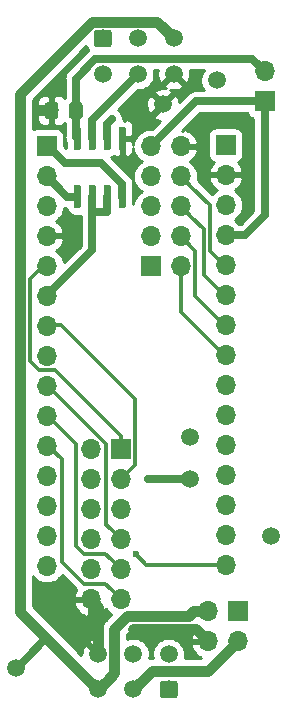
<source format=gbr>
G04 #@! TF.GenerationSoftware,KiCad,Pcbnew,(5.1.4)-1*
G04 #@! TF.CreationDate,2020-11-06T11:21:54-07:00*
G04 #@! TF.ProjectId,ABSIS_Nano,41425349-535f-44e6-916e-6f2e6b696361,1*
G04 #@! TF.SameCoordinates,Original*
G04 #@! TF.FileFunction,Copper,L1,Top*
G04 #@! TF.FilePolarity,Positive*
%FSLAX46Y46*%
G04 Gerber Fmt 4.6, Leading zero omitted, Abs format (unit mm)*
G04 Created by KiCad (PCBNEW (5.1.4)-1) date 2020-11-06 11:21:54*
%MOMM*%
%LPD*%
G04 APERTURE LIST*
%ADD10O,1.700000X1.700000*%
%ADD11R,1.700000X1.700000*%
%ADD12C,0.100000*%
%ADD13C,1.150000*%
%ADD14C,1.500000*%
%ADD15C,0.600000*%
%ADD16C,0.635000*%
%ADD17C,0.914400*%
%ADD18C,0.304800*%
%ADD19C,0.254000*%
G04 APERTURE END LIST*
D10*
X139547600Y-106883200D03*
X139547600Y-104343200D03*
X139547600Y-101803200D03*
X139547600Y-99263200D03*
X139547600Y-96723200D03*
X139547600Y-94183200D03*
X139547600Y-91643200D03*
X139547600Y-89103200D03*
X139547600Y-86563200D03*
X139547600Y-84023200D03*
X139547600Y-81483200D03*
X139547600Y-78943200D03*
X139547600Y-76403200D03*
X139547600Y-73863200D03*
D11*
X139547600Y-71323200D03*
D10*
X154686000Y-106807000D03*
X154686000Y-104267000D03*
X154686000Y-101727000D03*
X154686000Y-99187000D03*
X154686000Y-96647000D03*
X154686000Y-94107000D03*
X154686000Y-91567000D03*
X154686000Y-89027000D03*
X154686000Y-86487000D03*
X154686000Y-83947000D03*
X154686000Y-81407000D03*
X154686000Y-78867000D03*
X154686000Y-76327000D03*
X154686000Y-73787000D03*
D11*
X154686000Y-71247000D03*
D12*
G36*
X142344505Y-67627204D02*
G01*
X142368773Y-67630804D01*
X142392572Y-67636765D01*
X142415671Y-67645030D01*
X142437850Y-67655520D01*
X142458893Y-67668132D01*
X142478599Y-67682747D01*
X142496777Y-67699223D01*
X142513253Y-67717401D01*
X142527868Y-67737107D01*
X142540480Y-67758150D01*
X142550970Y-67780329D01*
X142559235Y-67803428D01*
X142565196Y-67827227D01*
X142568796Y-67851495D01*
X142570000Y-67875999D01*
X142570000Y-68776001D01*
X142568796Y-68800505D01*
X142565196Y-68824773D01*
X142559235Y-68848572D01*
X142550970Y-68871671D01*
X142540480Y-68893850D01*
X142527868Y-68914893D01*
X142513253Y-68934599D01*
X142496777Y-68952777D01*
X142478599Y-68969253D01*
X142458893Y-68983868D01*
X142437850Y-68996480D01*
X142415671Y-69006970D01*
X142392572Y-69015235D01*
X142368773Y-69021196D01*
X142344505Y-69024796D01*
X142320001Y-69026000D01*
X141669999Y-69026000D01*
X141645495Y-69024796D01*
X141621227Y-69021196D01*
X141597428Y-69015235D01*
X141574329Y-69006970D01*
X141552150Y-68996480D01*
X141531107Y-68983868D01*
X141511401Y-68969253D01*
X141493223Y-68952777D01*
X141476747Y-68934599D01*
X141462132Y-68914893D01*
X141449520Y-68893850D01*
X141439030Y-68871671D01*
X141430765Y-68848572D01*
X141424804Y-68824773D01*
X141421204Y-68800505D01*
X141420000Y-68776001D01*
X141420000Y-67875999D01*
X141421204Y-67851495D01*
X141424804Y-67827227D01*
X141430765Y-67803428D01*
X141439030Y-67780329D01*
X141449520Y-67758150D01*
X141462132Y-67737107D01*
X141476747Y-67717401D01*
X141493223Y-67699223D01*
X141511401Y-67682747D01*
X141531107Y-67668132D01*
X141552150Y-67655520D01*
X141574329Y-67645030D01*
X141597428Y-67636765D01*
X141621227Y-67630804D01*
X141645495Y-67627204D01*
X141669999Y-67626000D01*
X142320001Y-67626000D01*
X142344505Y-67627204D01*
X142344505Y-67627204D01*
G37*
D13*
X141995000Y-68326000D03*
D12*
G36*
X140294505Y-67627204D02*
G01*
X140318773Y-67630804D01*
X140342572Y-67636765D01*
X140365671Y-67645030D01*
X140387850Y-67655520D01*
X140408893Y-67668132D01*
X140428599Y-67682747D01*
X140446777Y-67699223D01*
X140463253Y-67717401D01*
X140477868Y-67737107D01*
X140490480Y-67758150D01*
X140500970Y-67780329D01*
X140509235Y-67803428D01*
X140515196Y-67827227D01*
X140518796Y-67851495D01*
X140520000Y-67875999D01*
X140520000Y-68776001D01*
X140518796Y-68800505D01*
X140515196Y-68824773D01*
X140509235Y-68848572D01*
X140500970Y-68871671D01*
X140490480Y-68893850D01*
X140477868Y-68914893D01*
X140463253Y-68934599D01*
X140446777Y-68952777D01*
X140428599Y-68969253D01*
X140408893Y-68983868D01*
X140387850Y-68996480D01*
X140365671Y-69006970D01*
X140342572Y-69015235D01*
X140318773Y-69021196D01*
X140294505Y-69024796D01*
X140270001Y-69026000D01*
X139619999Y-69026000D01*
X139595495Y-69024796D01*
X139571227Y-69021196D01*
X139547428Y-69015235D01*
X139524329Y-69006970D01*
X139502150Y-68996480D01*
X139481107Y-68983868D01*
X139461401Y-68969253D01*
X139443223Y-68952777D01*
X139426747Y-68934599D01*
X139412132Y-68914893D01*
X139399520Y-68893850D01*
X139389030Y-68871671D01*
X139380765Y-68848572D01*
X139374804Y-68824773D01*
X139371204Y-68800505D01*
X139370000Y-68776001D01*
X139370000Y-67875999D01*
X139371204Y-67851495D01*
X139374804Y-67827227D01*
X139380765Y-67803428D01*
X139389030Y-67780329D01*
X139399520Y-67758150D01*
X139412132Y-67737107D01*
X139426747Y-67717401D01*
X139443223Y-67699223D01*
X139461401Y-67682747D01*
X139481107Y-67668132D01*
X139502150Y-67655520D01*
X139524329Y-67645030D01*
X139547428Y-67636765D01*
X139571227Y-67630804D01*
X139595495Y-67627204D01*
X139619999Y-67626000D01*
X140270001Y-67626000D01*
X140294505Y-67627204D01*
X140294505Y-67627204D01*
G37*
D13*
X139945000Y-68326000D03*
D12*
G36*
X144796504Y-61481204D02*
G01*
X144820773Y-61484804D01*
X144844571Y-61490765D01*
X144867671Y-61499030D01*
X144889849Y-61509520D01*
X144910893Y-61522133D01*
X144930598Y-61536747D01*
X144948777Y-61553223D01*
X144965253Y-61571402D01*
X144979867Y-61591107D01*
X144992480Y-61612151D01*
X145002970Y-61634329D01*
X145011235Y-61657429D01*
X145017196Y-61681227D01*
X145020796Y-61705496D01*
X145022000Y-61730000D01*
X145022000Y-62730000D01*
X145020796Y-62754504D01*
X145017196Y-62778773D01*
X145011235Y-62802571D01*
X145002970Y-62825671D01*
X144992480Y-62847849D01*
X144979867Y-62868893D01*
X144965253Y-62888598D01*
X144948777Y-62906777D01*
X144930598Y-62923253D01*
X144910893Y-62937867D01*
X144889849Y-62950480D01*
X144867671Y-62960970D01*
X144844571Y-62969235D01*
X144820773Y-62975196D01*
X144796504Y-62978796D01*
X144772000Y-62980000D01*
X143772000Y-62980000D01*
X143747496Y-62978796D01*
X143723227Y-62975196D01*
X143699429Y-62969235D01*
X143676329Y-62960970D01*
X143654151Y-62950480D01*
X143633107Y-62937867D01*
X143613402Y-62923253D01*
X143595223Y-62906777D01*
X143578747Y-62888598D01*
X143564133Y-62868893D01*
X143551520Y-62847849D01*
X143541030Y-62825671D01*
X143532765Y-62802571D01*
X143526804Y-62778773D01*
X143523204Y-62754504D01*
X143522000Y-62730000D01*
X143522000Y-61730000D01*
X143523204Y-61705496D01*
X143526804Y-61681227D01*
X143532765Y-61657429D01*
X143541030Y-61634329D01*
X143551520Y-61612151D01*
X143564133Y-61591107D01*
X143578747Y-61571402D01*
X143595223Y-61553223D01*
X143613402Y-61536747D01*
X143633107Y-61522133D01*
X143654151Y-61509520D01*
X143676329Y-61499030D01*
X143699429Y-61490765D01*
X143723227Y-61484804D01*
X143747496Y-61481204D01*
X143772000Y-61480000D01*
X144772000Y-61480000D01*
X144796504Y-61481204D01*
X144796504Y-61481204D01*
G37*
D14*
X144272000Y-62230000D03*
X147272000Y-62230000D03*
X150272000Y-62230000D03*
X144272000Y-65230000D03*
X147272000Y-65230000D03*
X150272000Y-65230000D03*
X143860000Y-114348000D03*
X146860000Y-114348000D03*
X149860000Y-114348000D03*
X143860000Y-117348000D03*
X146860000Y-117348000D03*
D12*
G36*
X150384504Y-116599204D02*
G01*
X150408773Y-116602804D01*
X150432571Y-116608765D01*
X150455671Y-116617030D01*
X150477849Y-116627520D01*
X150498893Y-116640133D01*
X150518598Y-116654747D01*
X150536777Y-116671223D01*
X150553253Y-116689402D01*
X150567867Y-116709107D01*
X150580480Y-116730151D01*
X150590970Y-116752329D01*
X150599235Y-116775429D01*
X150605196Y-116799227D01*
X150608796Y-116823496D01*
X150610000Y-116848000D01*
X150610000Y-117848000D01*
X150608796Y-117872504D01*
X150605196Y-117896773D01*
X150599235Y-117920571D01*
X150590970Y-117943671D01*
X150580480Y-117965849D01*
X150567867Y-117986893D01*
X150553253Y-118006598D01*
X150536777Y-118024777D01*
X150518598Y-118041253D01*
X150498893Y-118055867D01*
X150477849Y-118068480D01*
X150455671Y-118078970D01*
X150432571Y-118087235D01*
X150408773Y-118093196D01*
X150384504Y-118096796D01*
X150360000Y-118098000D01*
X149360000Y-118098000D01*
X149335496Y-118096796D01*
X149311227Y-118093196D01*
X149287429Y-118087235D01*
X149264329Y-118078970D01*
X149242151Y-118068480D01*
X149221107Y-118055867D01*
X149201402Y-118041253D01*
X149183223Y-118024777D01*
X149166747Y-118006598D01*
X149152133Y-117986893D01*
X149139520Y-117965849D01*
X149129030Y-117943671D01*
X149120765Y-117920571D01*
X149114804Y-117896773D01*
X149111204Y-117872504D01*
X149110000Y-117848000D01*
X149110000Y-116848000D01*
X149111204Y-116823496D01*
X149114804Y-116799227D01*
X149120765Y-116775429D01*
X149129030Y-116752329D01*
X149139520Y-116730151D01*
X149152133Y-116709107D01*
X149166747Y-116689402D01*
X149183223Y-116671223D01*
X149201402Y-116654747D01*
X149221107Y-116640133D01*
X149242151Y-116627520D01*
X149264329Y-116617030D01*
X149287429Y-116608765D01*
X149311227Y-116602804D01*
X149335496Y-116599204D01*
X149360000Y-116598000D01*
X150360000Y-116598000D01*
X150384504Y-116599204D01*
X150384504Y-116599204D01*
G37*
D14*
X149860000Y-117348000D03*
D11*
X145796000Y-97028000D03*
D10*
X143256000Y-97028000D03*
X145796000Y-99568000D03*
X143256000Y-99568000D03*
X145796000Y-102108000D03*
X143256000Y-102108000D03*
X145796000Y-104648000D03*
X143256000Y-104648000D03*
X145796000Y-107188000D03*
X143256000Y-107188000D03*
X145796000Y-109728000D03*
X143256000Y-109728000D03*
D11*
X148336000Y-81534000D03*
D10*
X150876000Y-81534000D03*
X148336000Y-78994000D03*
X150876000Y-78994000D03*
X148336000Y-76454000D03*
X150876000Y-76454000D03*
X148336000Y-73914000D03*
X150876000Y-73914000D03*
X148336000Y-71374000D03*
X150876000Y-71374000D03*
D11*
X155702000Y-110744000D03*
D10*
X153162000Y-110744000D03*
X155702000Y-113284000D03*
X153162000Y-113284000D03*
D11*
X157988000Y-67564000D03*
D10*
X157988000Y-65024000D03*
D14*
X158496000Y-104394000D03*
X153924000Y-65786000D03*
X136906000Y-115570000D03*
X149352000Y-67818000D03*
X151638000Y-96012000D03*
X151638000Y-99568000D03*
D12*
G36*
X142277703Y-74652722D02*
G01*
X142292264Y-74654882D01*
X142306543Y-74658459D01*
X142320403Y-74663418D01*
X142333710Y-74669712D01*
X142346336Y-74677280D01*
X142358159Y-74686048D01*
X142369066Y-74695934D01*
X142378952Y-74706841D01*
X142387720Y-74718664D01*
X142395288Y-74731290D01*
X142401582Y-74744597D01*
X142406541Y-74758457D01*
X142410118Y-74772736D01*
X142412278Y-74787297D01*
X142413000Y-74802000D01*
X142413000Y-76452000D01*
X142412278Y-76466703D01*
X142410118Y-76481264D01*
X142406541Y-76495543D01*
X142401582Y-76509403D01*
X142395288Y-76522710D01*
X142387720Y-76535336D01*
X142378952Y-76547159D01*
X142369066Y-76558066D01*
X142358159Y-76567952D01*
X142346336Y-76576720D01*
X142333710Y-76584288D01*
X142320403Y-76590582D01*
X142306543Y-76595541D01*
X142292264Y-76599118D01*
X142277703Y-76601278D01*
X142263000Y-76602000D01*
X141963000Y-76602000D01*
X141948297Y-76601278D01*
X141933736Y-76599118D01*
X141919457Y-76595541D01*
X141905597Y-76590582D01*
X141892290Y-76584288D01*
X141879664Y-76576720D01*
X141867841Y-76567952D01*
X141856934Y-76558066D01*
X141847048Y-76547159D01*
X141838280Y-76535336D01*
X141830712Y-76522710D01*
X141824418Y-76509403D01*
X141819459Y-76495543D01*
X141815882Y-76481264D01*
X141813722Y-76466703D01*
X141813000Y-76452000D01*
X141813000Y-74802000D01*
X141813722Y-74787297D01*
X141815882Y-74772736D01*
X141819459Y-74758457D01*
X141824418Y-74744597D01*
X141830712Y-74731290D01*
X141838280Y-74718664D01*
X141847048Y-74706841D01*
X141856934Y-74695934D01*
X141867841Y-74686048D01*
X141879664Y-74677280D01*
X141892290Y-74669712D01*
X141905597Y-74663418D01*
X141919457Y-74658459D01*
X141933736Y-74654882D01*
X141948297Y-74652722D01*
X141963000Y-74652000D01*
X142263000Y-74652000D01*
X142277703Y-74652722D01*
X142277703Y-74652722D01*
G37*
D15*
X142113000Y-75627000D03*
D12*
G36*
X143547703Y-74652722D02*
G01*
X143562264Y-74654882D01*
X143576543Y-74658459D01*
X143590403Y-74663418D01*
X143603710Y-74669712D01*
X143616336Y-74677280D01*
X143628159Y-74686048D01*
X143639066Y-74695934D01*
X143648952Y-74706841D01*
X143657720Y-74718664D01*
X143665288Y-74731290D01*
X143671582Y-74744597D01*
X143676541Y-74758457D01*
X143680118Y-74772736D01*
X143682278Y-74787297D01*
X143683000Y-74802000D01*
X143683000Y-76452000D01*
X143682278Y-76466703D01*
X143680118Y-76481264D01*
X143676541Y-76495543D01*
X143671582Y-76509403D01*
X143665288Y-76522710D01*
X143657720Y-76535336D01*
X143648952Y-76547159D01*
X143639066Y-76558066D01*
X143628159Y-76567952D01*
X143616336Y-76576720D01*
X143603710Y-76584288D01*
X143590403Y-76590582D01*
X143576543Y-76595541D01*
X143562264Y-76599118D01*
X143547703Y-76601278D01*
X143533000Y-76602000D01*
X143233000Y-76602000D01*
X143218297Y-76601278D01*
X143203736Y-76599118D01*
X143189457Y-76595541D01*
X143175597Y-76590582D01*
X143162290Y-76584288D01*
X143149664Y-76576720D01*
X143137841Y-76567952D01*
X143126934Y-76558066D01*
X143117048Y-76547159D01*
X143108280Y-76535336D01*
X143100712Y-76522710D01*
X143094418Y-76509403D01*
X143089459Y-76495543D01*
X143085882Y-76481264D01*
X143083722Y-76466703D01*
X143083000Y-76452000D01*
X143083000Y-74802000D01*
X143083722Y-74787297D01*
X143085882Y-74772736D01*
X143089459Y-74758457D01*
X143094418Y-74744597D01*
X143100712Y-74731290D01*
X143108280Y-74718664D01*
X143117048Y-74706841D01*
X143126934Y-74695934D01*
X143137841Y-74686048D01*
X143149664Y-74677280D01*
X143162290Y-74669712D01*
X143175597Y-74663418D01*
X143189457Y-74658459D01*
X143203736Y-74654882D01*
X143218297Y-74652722D01*
X143233000Y-74652000D01*
X143533000Y-74652000D01*
X143547703Y-74652722D01*
X143547703Y-74652722D01*
G37*
D15*
X143383000Y-75627000D03*
D12*
G36*
X144817703Y-74652722D02*
G01*
X144832264Y-74654882D01*
X144846543Y-74658459D01*
X144860403Y-74663418D01*
X144873710Y-74669712D01*
X144886336Y-74677280D01*
X144898159Y-74686048D01*
X144909066Y-74695934D01*
X144918952Y-74706841D01*
X144927720Y-74718664D01*
X144935288Y-74731290D01*
X144941582Y-74744597D01*
X144946541Y-74758457D01*
X144950118Y-74772736D01*
X144952278Y-74787297D01*
X144953000Y-74802000D01*
X144953000Y-76452000D01*
X144952278Y-76466703D01*
X144950118Y-76481264D01*
X144946541Y-76495543D01*
X144941582Y-76509403D01*
X144935288Y-76522710D01*
X144927720Y-76535336D01*
X144918952Y-76547159D01*
X144909066Y-76558066D01*
X144898159Y-76567952D01*
X144886336Y-76576720D01*
X144873710Y-76584288D01*
X144860403Y-76590582D01*
X144846543Y-76595541D01*
X144832264Y-76599118D01*
X144817703Y-76601278D01*
X144803000Y-76602000D01*
X144503000Y-76602000D01*
X144488297Y-76601278D01*
X144473736Y-76599118D01*
X144459457Y-76595541D01*
X144445597Y-76590582D01*
X144432290Y-76584288D01*
X144419664Y-76576720D01*
X144407841Y-76567952D01*
X144396934Y-76558066D01*
X144387048Y-76547159D01*
X144378280Y-76535336D01*
X144370712Y-76522710D01*
X144364418Y-76509403D01*
X144359459Y-76495543D01*
X144355882Y-76481264D01*
X144353722Y-76466703D01*
X144353000Y-76452000D01*
X144353000Y-74802000D01*
X144353722Y-74787297D01*
X144355882Y-74772736D01*
X144359459Y-74758457D01*
X144364418Y-74744597D01*
X144370712Y-74731290D01*
X144378280Y-74718664D01*
X144387048Y-74706841D01*
X144396934Y-74695934D01*
X144407841Y-74686048D01*
X144419664Y-74677280D01*
X144432290Y-74669712D01*
X144445597Y-74663418D01*
X144459457Y-74658459D01*
X144473736Y-74654882D01*
X144488297Y-74652722D01*
X144503000Y-74652000D01*
X144803000Y-74652000D01*
X144817703Y-74652722D01*
X144817703Y-74652722D01*
G37*
D15*
X144653000Y-75627000D03*
D12*
G36*
X146087703Y-74652722D02*
G01*
X146102264Y-74654882D01*
X146116543Y-74658459D01*
X146130403Y-74663418D01*
X146143710Y-74669712D01*
X146156336Y-74677280D01*
X146168159Y-74686048D01*
X146179066Y-74695934D01*
X146188952Y-74706841D01*
X146197720Y-74718664D01*
X146205288Y-74731290D01*
X146211582Y-74744597D01*
X146216541Y-74758457D01*
X146220118Y-74772736D01*
X146222278Y-74787297D01*
X146223000Y-74802000D01*
X146223000Y-76452000D01*
X146222278Y-76466703D01*
X146220118Y-76481264D01*
X146216541Y-76495543D01*
X146211582Y-76509403D01*
X146205288Y-76522710D01*
X146197720Y-76535336D01*
X146188952Y-76547159D01*
X146179066Y-76558066D01*
X146168159Y-76567952D01*
X146156336Y-76576720D01*
X146143710Y-76584288D01*
X146130403Y-76590582D01*
X146116543Y-76595541D01*
X146102264Y-76599118D01*
X146087703Y-76601278D01*
X146073000Y-76602000D01*
X145773000Y-76602000D01*
X145758297Y-76601278D01*
X145743736Y-76599118D01*
X145729457Y-76595541D01*
X145715597Y-76590582D01*
X145702290Y-76584288D01*
X145689664Y-76576720D01*
X145677841Y-76567952D01*
X145666934Y-76558066D01*
X145657048Y-76547159D01*
X145648280Y-76535336D01*
X145640712Y-76522710D01*
X145634418Y-76509403D01*
X145629459Y-76495543D01*
X145625882Y-76481264D01*
X145623722Y-76466703D01*
X145623000Y-76452000D01*
X145623000Y-74802000D01*
X145623722Y-74787297D01*
X145625882Y-74772736D01*
X145629459Y-74758457D01*
X145634418Y-74744597D01*
X145640712Y-74731290D01*
X145648280Y-74718664D01*
X145657048Y-74706841D01*
X145666934Y-74695934D01*
X145677841Y-74686048D01*
X145689664Y-74677280D01*
X145702290Y-74669712D01*
X145715597Y-74663418D01*
X145729457Y-74658459D01*
X145743736Y-74654882D01*
X145758297Y-74652722D01*
X145773000Y-74652000D01*
X146073000Y-74652000D01*
X146087703Y-74652722D01*
X146087703Y-74652722D01*
G37*
D15*
X145923000Y-75627000D03*
D12*
G36*
X146087703Y-69702722D02*
G01*
X146102264Y-69704882D01*
X146116543Y-69708459D01*
X146130403Y-69713418D01*
X146143710Y-69719712D01*
X146156336Y-69727280D01*
X146168159Y-69736048D01*
X146179066Y-69745934D01*
X146188952Y-69756841D01*
X146197720Y-69768664D01*
X146205288Y-69781290D01*
X146211582Y-69794597D01*
X146216541Y-69808457D01*
X146220118Y-69822736D01*
X146222278Y-69837297D01*
X146223000Y-69852000D01*
X146223000Y-71502000D01*
X146222278Y-71516703D01*
X146220118Y-71531264D01*
X146216541Y-71545543D01*
X146211582Y-71559403D01*
X146205288Y-71572710D01*
X146197720Y-71585336D01*
X146188952Y-71597159D01*
X146179066Y-71608066D01*
X146168159Y-71617952D01*
X146156336Y-71626720D01*
X146143710Y-71634288D01*
X146130403Y-71640582D01*
X146116543Y-71645541D01*
X146102264Y-71649118D01*
X146087703Y-71651278D01*
X146073000Y-71652000D01*
X145773000Y-71652000D01*
X145758297Y-71651278D01*
X145743736Y-71649118D01*
X145729457Y-71645541D01*
X145715597Y-71640582D01*
X145702290Y-71634288D01*
X145689664Y-71626720D01*
X145677841Y-71617952D01*
X145666934Y-71608066D01*
X145657048Y-71597159D01*
X145648280Y-71585336D01*
X145640712Y-71572710D01*
X145634418Y-71559403D01*
X145629459Y-71545543D01*
X145625882Y-71531264D01*
X145623722Y-71516703D01*
X145623000Y-71502000D01*
X145623000Y-69852000D01*
X145623722Y-69837297D01*
X145625882Y-69822736D01*
X145629459Y-69808457D01*
X145634418Y-69794597D01*
X145640712Y-69781290D01*
X145648280Y-69768664D01*
X145657048Y-69756841D01*
X145666934Y-69745934D01*
X145677841Y-69736048D01*
X145689664Y-69727280D01*
X145702290Y-69719712D01*
X145715597Y-69713418D01*
X145729457Y-69708459D01*
X145743736Y-69704882D01*
X145758297Y-69702722D01*
X145773000Y-69702000D01*
X146073000Y-69702000D01*
X146087703Y-69702722D01*
X146087703Y-69702722D01*
G37*
D15*
X145923000Y-70677000D03*
D12*
G36*
X144817703Y-69702722D02*
G01*
X144832264Y-69704882D01*
X144846543Y-69708459D01*
X144860403Y-69713418D01*
X144873710Y-69719712D01*
X144886336Y-69727280D01*
X144898159Y-69736048D01*
X144909066Y-69745934D01*
X144918952Y-69756841D01*
X144927720Y-69768664D01*
X144935288Y-69781290D01*
X144941582Y-69794597D01*
X144946541Y-69808457D01*
X144950118Y-69822736D01*
X144952278Y-69837297D01*
X144953000Y-69852000D01*
X144953000Y-71502000D01*
X144952278Y-71516703D01*
X144950118Y-71531264D01*
X144946541Y-71545543D01*
X144941582Y-71559403D01*
X144935288Y-71572710D01*
X144927720Y-71585336D01*
X144918952Y-71597159D01*
X144909066Y-71608066D01*
X144898159Y-71617952D01*
X144886336Y-71626720D01*
X144873710Y-71634288D01*
X144860403Y-71640582D01*
X144846543Y-71645541D01*
X144832264Y-71649118D01*
X144817703Y-71651278D01*
X144803000Y-71652000D01*
X144503000Y-71652000D01*
X144488297Y-71651278D01*
X144473736Y-71649118D01*
X144459457Y-71645541D01*
X144445597Y-71640582D01*
X144432290Y-71634288D01*
X144419664Y-71626720D01*
X144407841Y-71617952D01*
X144396934Y-71608066D01*
X144387048Y-71597159D01*
X144378280Y-71585336D01*
X144370712Y-71572710D01*
X144364418Y-71559403D01*
X144359459Y-71545543D01*
X144355882Y-71531264D01*
X144353722Y-71516703D01*
X144353000Y-71502000D01*
X144353000Y-69852000D01*
X144353722Y-69837297D01*
X144355882Y-69822736D01*
X144359459Y-69808457D01*
X144364418Y-69794597D01*
X144370712Y-69781290D01*
X144378280Y-69768664D01*
X144387048Y-69756841D01*
X144396934Y-69745934D01*
X144407841Y-69736048D01*
X144419664Y-69727280D01*
X144432290Y-69719712D01*
X144445597Y-69713418D01*
X144459457Y-69708459D01*
X144473736Y-69704882D01*
X144488297Y-69702722D01*
X144503000Y-69702000D01*
X144803000Y-69702000D01*
X144817703Y-69702722D01*
X144817703Y-69702722D01*
G37*
D15*
X144653000Y-70677000D03*
D12*
G36*
X143547703Y-69702722D02*
G01*
X143562264Y-69704882D01*
X143576543Y-69708459D01*
X143590403Y-69713418D01*
X143603710Y-69719712D01*
X143616336Y-69727280D01*
X143628159Y-69736048D01*
X143639066Y-69745934D01*
X143648952Y-69756841D01*
X143657720Y-69768664D01*
X143665288Y-69781290D01*
X143671582Y-69794597D01*
X143676541Y-69808457D01*
X143680118Y-69822736D01*
X143682278Y-69837297D01*
X143683000Y-69852000D01*
X143683000Y-71502000D01*
X143682278Y-71516703D01*
X143680118Y-71531264D01*
X143676541Y-71545543D01*
X143671582Y-71559403D01*
X143665288Y-71572710D01*
X143657720Y-71585336D01*
X143648952Y-71597159D01*
X143639066Y-71608066D01*
X143628159Y-71617952D01*
X143616336Y-71626720D01*
X143603710Y-71634288D01*
X143590403Y-71640582D01*
X143576543Y-71645541D01*
X143562264Y-71649118D01*
X143547703Y-71651278D01*
X143533000Y-71652000D01*
X143233000Y-71652000D01*
X143218297Y-71651278D01*
X143203736Y-71649118D01*
X143189457Y-71645541D01*
X143175597Y-71640582D01*
X143162290Y-71634288D01*
X143149664Y-71626720D01*
X143137841Y-71617952D01*
X143126934Y-71608066D01*
X143117048Y-71597159D01*
X143108280Y-71585336D01*
X143100712Y-71572710D01*
X143094418Y-71559403D01*
X143089459Y-71545543D01*
X143085882Y-71531264D01*
X143083722Y-71516703D01*
X143083000Y-71502000D01*
X143083000Y-69852000D01*
X143083722Y-69837297D01*
X143085882Y-69822736D01*
X143089459Y-69808457D01*
X143094418Y-69794597D01*
X143100712Y-69781290D01*
X143108280Y-69768664D01*
X143117048Y-69756841D01*
X143126934Y-69745934D01*
X143137841Y-69736048D01*
X143149664Y-69727280D01*
X143162290Y-69719712D01*
X143175597Y-69713418D01*
X143189457Y-69708459D01*
X143203736Y-69704882D01*
X143218297Y-69702722D01*
X143233000Y-69702000D01*
X143533000Y-69702000D01*
X143547703Y-69702722D01*
X143547703Y-69702722D01*
G37*
D15*
X143383000Y-70677000D03*
D12*
G36*
X142277703Y-69702722D02*
G01*
X142292264Y-69704882D01*
X142306543Y-69708459D01*
X142320403Y-69713418D01*
X142333710Y-69719712D01*
X142346336Y-69727280D01*
X142358159Y-69736048D01*
X142369066Y-69745934D01*
X142378952Y-69756841D01*
X142387720Y-69768664D01*
X142395288Y-69781290D01*
X142401582Y-69794597D01*
X142406541Y-69808457D01*
X142410118Y-69822736D01*
X142412278Y-69837297D01*
X142413000Y-69852000D01*
X142413000Y-71502000D01*
X142412278Y-71516703D01*
X142410118Y-71531264D01*
X142406541Y-71545543D01*
X142401582Y-71559403D01*
X142395288Y-71572710D01*
X142387720Y-71585336D01*
X142378952Y-71597159D01*
X142369066Y-71608066D01*
X142358159Y-71617952D01*
X142346336Y-71626720D01*
X142333710Y-71634288D01*
X142320403Y-71640582D01*
X142306543Y-71645541D01*
X142292264Y-71649118D01*
X142277703Y-71651278D01*
X142263000Y-71652000D01*
X141963000Y-71652000D01*
X141948297Y-71651278D01*
X141933736Y-71649118D01*
X141919457Y-71645541D01*
X141905597Y-71640582D01*
X141892290Y-71634288D01*
X141879664Y-71626720D01*
X141867841Y-71617952D01*
X141856934Y-71608066D01*
X141847048Y-71597159D01*
X141838280Y-71585336D01*
X141830712Y-71572710D01*
X141824418Y-71559403D01*
X141819459Y-71545543D01*
X141815882Y-71531264D01*
X141813722Y-71516703D01*
X141813000Y-71502000D01*
X141813000Y-69852000D01*
X141813722Y-69837297D01*
X141815882Y-69822736D01*
X141819459Y-69808457D01*
X141824418Y-69794597D01*
X141830712Y-69781290D01*
X141838280Y-69768664D01*
X141847048Y-69756841D01*
X141856934Y-69745934D01*
X141867841Y-69736048D01*
X141879664Y-69727280D01*
X141892290Y-69719712D01*
X141905597Y-69713418D01*
X141919457Y-69708459D01*
X141933736Y-69704882D01*
X141948297Y-69702722D01*
X141963000Y-69702000D01*
X142263000Y-69702000D01*
X142277703Y-69702722D01*
X142277703Y-69702722D01*
G37*
D15*
X142113000Y-70677000D03*
X146812000Y-112268000D03*
X138684000Y-68326000D03*
X147066000Y-105918000D03*
X145034000Y-69088000D03*
X143843000Y-68659000D03*
X148127501Y-99522499D03*
D16*
X145923000Y-75627000D02*
X145923000Y-74552000D01*
X145923000Y-74552000D02*
X144116600Y-72745600D01*
X144116600Y-72745600D02*
X141097000Y-72745600D01*
X139598400Y-71247000D02*
X139446000Y-71247000D01*
X141097000Y-72745600D02*
X139598400Y-71247000D01*
X141286000Y-75627000D02*
X139446000Y-73787000D01*
X142113000Y-75627000D02*
X141286000Y-75627000D01*
D17*
X143860000Y-110332000D02*
X143256000Y-109728000D01*
X143860000Y-114348000D02*
X143860000Y-110332000D01*
X152146000Y-112268000D02*
X146812000Y-112268000D01*
X153162000Y-113284000D02*
X152146000Y-112268000D01*
X139945000Y-68326000D02*
X138684000Y-68326000D01*
D18*
X145796000Y-95873200D02*
X145796000Y-97028000D01*
X139446000Y-81407000D02*
X139293600Y-81407000D01*
X139293600Y-81407000D02*
X138077590Y-82623010D01*
X138077590Y-82623010D02*
X138077590Y-89530687D01*
X138077590Y-89530687D02*
X138852504Y-90305601D01*
X138852504Y-90305601D02*
X140228401Y-90305601D01*
X140228401Y-90305601D02*
X145796000Y-95873200D01*
D16*
X139598400Y-83947000D02*
X139446000Y-83947000D01*
X143383000Y-80162400D02*
X139598400Y-83947000D01*
X143383000Y-76936600D02*
X144653000Y-76936600D01*
X143383000Y-75627000D02*
X143383000Y-76936600D01*
X143383000Y-76936600D02*
X143383000Y-80162400D01*
X144653000Y-76936600D02*
X144653000Y-75627000D01*
D18*
X146645999Y-98718001D02*
X145796000Y-99568000D01*
X146998401Y-98365599D02*
X146645999Y-98718001D01*
X146998401Y-92718601D02*
X146998401Y-98365599D01*
X140766800Y-86487000D02*
X146998401Y-92718601D01*
X139446000Y-86487000D02*
X140766800Y-86487000D01*
X144946001Y-103798001D02*
X145796000Y-104648000D01*
X144593599Y-103445599D02*
X144946001Y-103798001D01*
X144593599Y-96562199D02*
X144593599Y-103445599D01*
X139598400Y-91567000D02*
X144593599Y-96562199D01*
X139446000Y-91567000D02*
X139598400Y-91567000D01*
X144946001Y-106338001D02*
X145796000Y-107188000D01*
X142678847Y-105850401D02*
X144458401Y-105850401D01*
X142053599Y-105225153D02*
X142678847Y-105850401D01*
X142053599Y-96562199D02*
X142053599Y-105225153D01*
X139598400Y-94107000D02*
X142053599Y-96562199D01*
X144458401Y-105850401D02*
X144946001Y-106338001D01*
X139446000Y-94107000D02*
X139598400Y-94107000D01*
X144946001Y-108878001D02*
X145796000Y-109728000D01*
X144458401Y-108390401D02*
X144946001Y-108878001D01*
X142678847Y-108390401D02*
X144458401Y-108390401D01*
X140814410Y-106525964D02*
X142678847Y-108390401D01*
X140814410Y-97863010D02*
X140814410Y-106525964D01*
X139598400Y-96647000D02*
X140814410Y-97863010D01*
X139446000Y-96647000D02*
X139598400Y-96647000D01*
D16*
X157988000Y-69049000D02*
X157988000Y-67564000D01*
X157988000Y-77216000D02*
X157988000Y-69049000D01*
X156337000Y-78867000D02*
X157988000Y-77216000D01*
X154686000Y-78867000D02*
X156337000Y-78867000D01*
X152146000Y-67564000D02*
X148336000Y-71374000D01*
X157988000Y-67564000D02*
X152146000Y-67564000D01*
D18*
X151725999Y-74763999D02*
X150876000Y-73914000D01*
X153317590Y-76355590D02*
X151725999Y-74763999D01*
X153317590Y-80190990D02*
X153317590Y-76355590D01*
X154533600Y-81407000D02*
X153317590Y-80190990D01*
X154686000Y-81407000D02*
X154533600Y-81407000D01*
X151725999Y-77303999D02*
X150876000Y-76454000D01*
X152812779Y-78390779D02*
X151725999Y-77303999D01*
X152812779Y-82226179D02*
X152812779Y-78390779D01*
X154533600Y-83947000D02*
X152812779Y-82226179D01*
X154686000Y-83947000D02*
X154533600Y-83947000D01*
X154686000Y-86487000D02*
X154533600Y-86487000D01*
X154533600Y-86487000D02*
X152078401Y-84031801D01*
X152078401Y-84031801D02*
X152078401Y-80196401D01*
X152078401Y-80196401D02*
X151725999Y-79843999D01*
X151725999Y-79843999D02*
X150876000Y-78994000D01*
X150876000Y-82736081D02*
X150876000Y-81534000D01*
X150876000Y-85369400D02*
X150876000Y-82736081D01*
X154533600Y-89027000D02*
X150876000Y-85369400D01*
X154686000Y-89027000D02*
X154533600Y-89027000D01*
X154686000Y-106807000D02*
X147955000Y-106807000D01*
X147955000Y-106807000D02*
X147066000Y-105918000D01*
D16*
X141995000Y-70559000D02*
X142113000Y-70677000D01*
X141995000Y-68326000D02*
X141995000Y-70559000D01*
X141995000Y-67526000D02*
X141995000Y-68326000D01*
X141995000Y-65631098D02*
X141995000Y-67526000D01*
X143663599Y-63962499D02*
X141995000Y-65631098D01*
X156926499Y-63962499D02*
X143663599Y-63962499D01*
X157988000Y-65024000D02*
X156926499Y-63962499D01*
D17*
X147609999Y-116598001D02*
X146860000Y-117348000D01*
X148452799Y-115755201D02*
X147609999Y-116598001D01*
X153230799Y-115755201D02*
X148452799Y-115755201D01*
X155702000Y-113284000D02*
X153230799Y-115755201D01*
X144609999Y-116598001D02*
X143860000Y-117348000D01*
X145267201Y-112236785D02*
X145267201Y-115940799D01*
X145267201Y-115940799D02*
X144609999Y-116598001D01*
X146350396Y-111153590D02*
X145267201Y-112236785D01*
X151550329Y-111153590D02*
X146350396Y-111153590D01*
X151959919Y-110744000D02*
X151550329Y-111153590D01*
X153162000Y-110744000D02*
X151959919Y-110744000D01*
X148864799Y-60822799D02*
X143396211Y-60822799D01*
X150272000Y-62230000D02*
X148864799Y-60822799D01*
X143110001Y-116598001D02*
X143860000Y-117348000D01*
X143396211Y-60822799D02*
X137267979Y-66951031D01*
X137267979Y-66951031D02*
X137267979Y-110755979D01*
D16*
X137655999Y-114820001D02*
X139494000Y-112982000D01*
X136906000Y-115570000D02*
X137655999Y-114820001D01*
D17*
X137267979Y-110755979D02*
X139494000Y-112982000D01*
X139494000Y-112982000D02*
X143110001Y-116598001D01*
D16*
X144653000Y-70677000D02*
X144653000Y-69469000D01*
X144653000Y-69469000D02*
X145034000Y-69088000D01*
X143383000Y-70677000D02*
X143383000Y-69119000D01*
X143383000Y-69119000D02*
X143843000Y-68659000D01*
X143843000Y-68659000D02*
X147272000Y-65230000D01*
X151638000Y-99568000D02*
X148173002Y-99568000D01*
X148173002Y-99568000D02*
X148127501Y-99522499D01*
D19*
G36*
X152332986Y-111984706D02*
G01*
X152397523Y-112019201D01*
X152280645Y-112088822D01*
X152064412Y-112283731D01*
X151890359Y-112517080D01*
X151765175Y-112779901D01*
X151720524Y-112927110D01*
X151841845Y-113157000D01*
X153035000Y-113157000D01*
X153035000Y-113137000D01*
X153289000Y-113137000D01*
X153289000Y-113157000D01*
X153309000Y-113157000D01*
X153309000Y-113411000D01*
X153289000Y-113411000D01*
X153289000Y-113431000D01*
X153035000Y-113431000D01*
X153035000Y-113411000D01*
X151841845Y-113411000D01*
X151720524Y-113640890D01*
X151765175Y-113788099D01*
X151890359Y-114050920D01*
X152064412Y-114284269D01*
X152280645Y-114479178D01*
X152530748Y-114628157D01*
X152628975Y-114663001D01*
X151209476Y-114663001D01*
X151245000Y-114484411D01*
X151245000Y-114211589D01*
X151191775Y-113944011D01*
X151087371Y-113691957D01*
X150935799Y-113465114D01*
X150742886Y-113272201D01*
X150516043Y-113120629D01*
X150263989Y-113016225D01*
X149996411Y-112963000D01*
X149723589Y-112963000D01*
X149456011Y-113016225D01*
X149203957Y-113120629D01*
X148977114Y-113272201D01*
X148784201Y-113465114D01*
X148632629Y-113691957D01*
X148528225Y-113944011D01*
X148475000Y-114211589D01*
X148475000Y-114484411D01*
X148510524Y-114663001D01*
X148506437Y-114663001D01*
X148452798Y-114657718D01*
X148399159Y-114663001D01*
X148399150Y-114663001D01*
X148238690Y-114678805D01*
X148204254Y-114689251D01*
X148245000Y-114484411D01*
X148245000Y-114211589D01*
X148191775Y-113944011D01*
X148087371Y-113691957D01*
X147935799Y-113465114D01*
X147742886Y-113272201D01*
X147516043Y-113120629D01*
X147263989Y-113016225D01*
X146996411Y-112963000D01*
X146723589Y-112963000D01*
X146456011Y-113016225D01*
X146359401Y-113056242D01*
X146359401Y-112689188D01*
X146802800Y-112245790D01*
X151496688Y-112245790D01*
X151550329Y-112251073D01*
X151603970Y-112245790D01*
X151603978Y-112245790D01*
X151764438Y-112229986D01*
X151970318Y-112167533D01*
X152160058Y-112066115D01*
X152296120Y-111954451D01*
X152332986Y-111984706D01*
X152332986Y-111984706D01*
G37*
X152332986Y-111984706D02*
X152397523Y-112019201D01*
X152280645Y-112088822D01*
X152064412Y-112283731D01*
X151890359Y-112517080D01*
X151765175Y-112779901D01*
X151720524Y-112927110D01*
X151841845Y-113157000D01*
X153035000Y-113157000D01*
X153035000Y-113137000D01*
X153289000Y-113137000D01*
X153289000Y-113157000D01*
X153309000Y-113157000D01*
X153309000Y-113411000D01*
X153289000Y-113411000D01*
X153289000Y-113431000D01*
X153035000Y-113431000D01*
X153035000Y-113411000D01*
X151841845Y-113411000D01*
X151720524Y-113640890D01*
X151765175Y-113788099D01*
X151890359Y-114050920D01*
X152064412Y-114284269D01*
X152280645Y-114479178D01*
X152530748Y-114628157D01*
X152628975Y-114663001D01*
X151209476Y-114663001D01*
X151245000Y-114484411D01*
X151245000Y-114211589D01*
X151191775Y-113944011D01*
X151087371Y-113691957D01*
X150935799Y-113465114D01*
X150742886Y-113272201D01*
X150516043Y-113120629D01*
X150263989Y-113016225D01*
X149996411Y-112963000D01*
X149723589Y-112963000D01*
X149456011Y-113016225D01*
X149203957Y-113120629D01*
X148977114Y-113272201D01*
X148784201Y-113465114D01*
X148632629Y-113691957D01*
X148528225Y-113944011D01*
X148475000Y-114211589D01*
X148475000Y-114484411D01*
X148510524Y-114663001D01*
X148506437Y-114663001D01*
X148452798Y-114657718D01*
X148399159Y-114663001D01*
X148399150Y-114663001D01*
X148238690Y-114678805D01*
X148204254Y-114689251D01*
X148245000Y-114484411D01*
X148245000Y-114211589D01*
X148191775Y-113944011D01*
X148087371Y-113691957D01*
X147935799Y-113465114D01*
X147742886Y-113272201D01*
X147516043Y-113120629D01*
X147263989Y-113016225D01*
X146996411Y-112963000D01*
X146723589Y-112963000D01*
X146456011Y-113016225D01*
X146359401Y-113056242D01*
X146359401Y-112689188D01*
X146802800Y-112245790D01*
X151496688Y-112245790D01*
X151550329Y-112251073D01*
X151603970Y-112245790D01*
X151603978Y-112245790D01*
X151764438Y-112229986D01*
X151970318Y-112167533D01*
X152160058Y-112066115D01*
X152296120Y-111954451D01*
X152332986Y-111984706D01*
G36*
X142049133Y-108874239D02*
G01*
X141984359Y-108961080D01*
X141859175Y-109223901D01*
X141814524Y-109371110D01*
X141935845Y-109601000D01*
X143129000Y-109601000D01*
X143129000Y-109581000D01*
X143383000Y-109581000D01*
X143383000Y-109601000D01*
X143403000Y-109601000D01*
X143403000Y-109855000D01*
X143383000Y-109855000D01*
X143383000Y-111048814D01*
X143612891Y-111169481D01*
X143887252Y-111072157D01*
X144137355Y-110923178D01*
X144353588Y-110728269D01*
X144524416Y-110499244D01*
X144555294Y-110557014D01*
X144740866Y-110783134D01*
X144966986Y-110968706D01*
X144982425Y-110976958D01*
X144532837Y-111426545D01*
X144491163Y-111460747D01*
X144354676Y-111627056D01*
X144253258Y-111816797D01*
X144190805Y-112022677D01*
X144175001Y-112183137D01*
X144175001Y-112183144D01*
X144169718Y-112236785D01*
X144175001Y-112290427D01*
X144175001Y-112999177D01*
X144060040Y-112970750D01*
X143787508Y-112958188D01*
X143517762Y-112999035D01*
X143261168Y-113091723D01*
X143148137Y-113152140D01*
X143082612Y-113391007D01*
X143860000Y-114168395D01*
X143874143Y-114154253D01*
X144053748Y-114333858D01*
X144039605Y-114348000D01*
X144053748Y-114362143D01*
X143874143Y-114541748D01*
X143860000Y-114527605D01*
X143845858Y-114541748D01*
X143666253Y-114362143D01*
X143680395Y-114348000D01*
X142903007Y-113570612D01*
X142664140Y-113636137D01*
X142548240Y-113883116D01*
X142482750Y-114147960D01*
X142470492Y-114413889D01*
X140304241Y-112247638D01*
X140304237Y-112247633D01*
X138360179Y-110303576D01*
X138360179Y-110084890D01*
X141814524Y-110084890D01*
X141859175Y-110232099D01*
X141984359Y-110494920D01*
X142158412Y-110728269D01*
X142374645Y-110923178D01*
X142624748Y-111072157D01*
X142899109Y-111169481D01*
X143129000Y-111048814D01*
X143129000Y-109855000D01*
X141935845Y-109855000D01*
X141814524Y-110084890D01*
X138360179Y-110084890D01*
X138360179Y-107777142D01*
X138492466Y-107938334D01*
X138718586Y-108123906D01*
X138976566Y-108261799D01*
X139256489Y-108346713D01*
X139474650Y-108368200D01*
X139620550Y-108368200D01*
X139838711Y-108346713D01*
X140118634Y-108261799D01*
X140376614Y-108123906D01*
X140602734Y-107938334D01*
X140788306Y-107712214D01*
X140822722Y-107647826D01*
X142049133Y-108874239D01*
X142049133Y-108874239D01*
G37*
X142049133Y-108874239D02*
X141984359Y-108961080D01*
X141859175Y-109223901D01*
X141814524Y-109371110D01*
X141935845Y-109601000D01*
X143129000Y-109601000D01*
X143129000Y-109581000D01*
X143383000Y-109581000D01*
X143383000Y-109601000D01*
X143403000Y-109601000D01*
X143403000Y-109855000D01*
X143383000Y-109855000D01*
X143383000Y-111048814D01*
X143612891Y-111169481D01*
X143887252Y-111072157D01*
X144137355Y-110923178D01*
X144353588Y-110728269D01*
X144524416Y-110499244D01*
X144555294Y-110557014D01*
X144740866Y-110783134D01*
X144966986Y-110968706D01*
X144982425Y-110976958D01*
X144532837Y-111426545D01*
X144491163Y-111460747D01*
X144354676Y-111627056D01*
X144253258Y-111816797D01*
X144190805Y-112022677D01*
X144175001Y-112183137D01*
X144175001Y-112183144D01*
X144169718Y-112236785D01*
X144175001Y-112290427D01*
X144175001Y-112999177D01*
X144060040Y-112970750D01*
X143787508Y-112958188D01*
X143517762Y-112999035D01*
X143261168Y-113091723D01*
X143148137Y-113152140D01*
X143082612Y-113391007D01*
X143860000Y-114168395D01*
X143874143Y-114154253D01*
X144053748Y-114333858D01*
X144039605Y-114348000D01*
X144053748Y-114362143D01*
X143874143Y-114541748D01*
X143860000Y-114527605D01*
X143845858Y-114541748D01*
X143666253Y-114362143D01*
X143680395Y-114348000D01*
X142903007Y-113570612D01*
X142664140Y-113636137D01*
X142548240Y-113883116D01*
X142482750Y-114147960D01*
X142470492Y-114413889D01*
X140304241Y-112247638D01*
X140304237Y-112247633D01*
X138360179Y-110303576D01*
X138360179Y-110084890D01*
X141814524Y-110084890D01*
X141859175Y-110232099D01*
X141984359Y-110494920D01*
X142158412Y-110728269D01*
X142374645Y-110923178D01*
X142624748Y-111072157D01*
X142899109Y-111169481D01*
X143129000Y-111048814D01*
X143129000Y-109855000D01*
X141935845Y-109855000D01*
X141814524Y-110084890D01*
X138360179Y-110084890D01*
X138360179Y-107777142D01*
X138492466Y-107938334D01*
X138718586Y-108123906D01*
X138976566Y-108261799D01*
X139256489Y-108346713D01*
X139474650Y-108368200D01*
X139620550Y-108368200D01*
X139838711Y-108346713D01*
X140118634Y-108261799D01*
X140376614Y-108123906D01*
X140602734Y-107938334D01*
X140788306Y-107712214D01*
X140822722Y-107647826D01*
X142049133Y-108874239D01*
G36*
X141099277Y-76565717D02*
G01*
X141173394Y-76573017D01*
X141186979Y-76574355D01*
X141190071Y-76605745D01*
X141234916Y-76753582D01*
X141307742Y-76889829D01*
X141405749Y-77009251D01*
X141525171Y-77107258D01*
X141661418Y-77180084D01*
X141809255Y-77224929D01*
X141963000Y-77240072D01*
X142263000Y-77240072D01*
X142416745Y-77224929D01*
X142430500Y-77220757D01*
X142430501Y-79767861D01*
X141009987Y-81188375D01*
X140926199Y-80912166D01*
X140788306Y-80654186D01*
X140602734Y-80428066D01*
X140376614Y-80242494D01*
X140312077Y-80207999D01*
X140428955Y-80138378D01*
X140645188Y-79943469D01*
X140819241Y-79710120D01*
X140944425Y-79447299D01*
X140989076Y-79300090D01*
X140867755Y-79070200D01*
X139674600Y-79070200D01*
X139674600Y-79090200D01*
X139420600Y-79090200D01*
X139420600Y-79070200D01*
X139400600Y-79070200D01*
X139400600Y-78816200D01*
X139420600Y-78816200D01*
X139420600Y-78796200D01*
X139674600Y-78796200D01*
X139674600Y-78816200D01*
X140867755Y-78816200D01*
X140989076Y-78586310D01*
X140944425Y-78439101D01*
X140819241Y-78176280D01*
X140645188Y-77942931D01*
X140428955Y-77748022D01*
X140312077Y-77678401D01*
X140376614Y-77643906D01*
X140602734Y-77458334D01*
X140788306Y-77232214D01*
X140926199Y-76974234D01*
X141011113Y-76694311D01*
X141025969Y-76543479D01*
X141099277Y-76565717D01*
X141099277Y-76565717D01*
G37*
X141099277Y-76565717D02*
X141173394Y-76573017D01*
X141186979Y-76574355D01*
X141190071Y-76605745D01*
X141234916Y-76753582D01*
X141307742Y-76889829D01*
X141405749Y-77009251D01*
X141525171Y-77107258D01*
X141661418Y-77180084D01*
X141809255Y-77224929D01*
X141963000Y-77240072D01*
X142263000Y-77240072D01*
X142416745Y-77224929D01*
X142430500Y-77220757D01*
X142430501Y-79767861D01*
X141009987Y-81188375D01*
X140926199Y-80912166D01*
X140788306Y-80654186D01*
X140602734Y-80428066D01*
X140376614Y-80242494D01*
X140312077Y-80207999D01*
X140428955Y-80138378D01*
X140645188Y-79943469D01*
X140819241Y-79710120D01*
X140944425Y-79447299D01*
X140989076Y-79300090D01*
X140867755Y-79070200D01*
X139674600Y-79070200D01*
X139674600Y-79090200D01*
X139420600Y-79090200D01*
X139420600Y-79070200D01*
X139400600Y-79070200D01*
X139400600Y-78816200D01*
X139420600Y-78816200D01*
X139420600Y-78796200D01*
X139674600Y-78796200D01*
X139674600Y-78816200D01*
X140867755Y-78816200D01*
X140989076Y-78586310D01*
X140944425Y-78439101D01*
X140819241Y-78176280D01*
X140645188Y-77942931D01*
X140428955Y-77748022D01*
X140312077Y-77678401D01*
X140376614Y-77643906D01*
X140602734Y-77458334D01*
X140788306Y-77232214D01*
X140926199Y-76974234D01*
X141011113Y-76694311D01*
X141025969Y-76543479D01*
X141099277Y-76565717D01*
G36*
X156512188Y-68538482D02*
G01*
X156548498Y-68658180D01*
X156607463Y-68768494D01*
X156686815Y-68865185D01*
X156783506Y-68944537D01*
X156893820Y-69003502D01*
X157013518Y-69039812D01*
X157035500Y-69041977D01*
X157035500Y-69095784D01*
X157035501Y-69095794D01*
X157035500Y-76821462D01*
X155942462Y-77914500D01*
X155825364Y-77914500D01*
X155741134Y-77811866D01*
X155515014Y-77626294D01*
X155460209Y-77597000D01*
X155515014Y-77567706D01*
X155741134Y-77382134D01*
X155926706Y-77156014D01*
X156064599Y-76898034D01*
X156149513Y-76618111D01*
X156178185Y-76327000D01*
X156149513Y-76035889D01*
X156064599Y-75755966D01*
X155926706Y-75497986D01*
X155741134Y-75271866D01*
X155515014Y-75086294D01*
X155450477Y-75051799D01*
X155567355Y-74982178D01*
X155783588Y-74787269D01*
X155957641Y-74553920D01*
X156082825Y-74291099D01*
X156127476Y-74143890D01*
X156006155Y-73914000D01*
X154813000Y-73914000D01*
X154813000Y-73934000D01*
X154559000Y-73934000D01*
X154559000Y-73914000D01*
X153365845Y-73914000D01*
X153244524Y-74143890D01*
X153289175Y-74291099D01*
X153414359Y-74553920D01*
X153588412Y-74787269D01*
X153804645Y-74982178D01*
X153921523Y-75051799D01*
X153856986Y-75086294D01*
X153630866Y-75271866D01*
X153503100Y-75427549D01*
X152325816Y-74250265D01*
X152339513Y-74205111D01*
X152368185Y-73914000D01*
X152339513Y-73622889D01*
X152254599Y-73342966D01*
X152116706Y-73084986D01*
X151931134Y-72858866D01*
X151705014Y-72673294D01*
X151640477Y-72638799D01*
X151757355Y-72569178D01*
X151973588Y-72374269D01*
X152147641Y-72140920D01*
X152272825Y-71878099D01*
X152317476Y-71730890D01*
X152196155Y-71501000D01*
X151003000Y-71501000D01*
X151003000Y-71521000D01*
X150749000Y-71521000D01*
X150749000Y-71501000D01*
X150729000Y-71501000D01*
X150729000Y-71247000D01*
X150749000Y-71247000D01*
X150749000Y-71227000D01*
X151003000Y-71227000D01*
X151003000Y-71247000D01*
X152196155Y-71247000D01*
X152317476Y-71017110D01*
X152272825Y-70869901D01*
X152147641Y-70607080D01*
X151990945Y-70397000D01*
X153197928Y-70397000D01*
X153197928Y-72097000D01*
X153210188Y-72221482D01*
X153246498Y-72341180D01*
X153305463Y-72451494D01*
X153384815Y-72548185D01*
X153481506Y-72627537D01*
X153591820Y-72686502D01*
X153672466Y-72710966D01*
X153588412Y-72786731D01*
X153414359Y-73020080D01*
X153289175Y-73282901D01*
X153244524Y-73430110D01*
X153365845Y-73660000D01*
X154559000Y-73660000D01*
X154559000Y-73640000D01*
X154813000Y-73640000D01*
X154813000Y-73660000D01*
X156006155Y-73660000D01*
X156127476Y-73430110D01*
X156082825Y-73282901D01*
X155957641Y-73020080D01*
X155783588Y-72786731D01*
X155699534Y-72710966D01*
X155780180Y-72686502D01*
X155890494Y-72627537D01*
X155987185Y-72548185D01*
X156066537Y-72451494D01*
X156125502Y-72341180D01*
X156161812Y-72221482D01*
X156174072Y-72097000D01*
X156174072Y-70397000D01*
X156161812Y-70272518D01*
X156125502Y-70152820D01*
X156066537Y-70042506D01*
X155987185Y-69945815D01*
X155890494Y-69866463D01*
X155780180Y-69807498D01*
X155660482Y-69771188D01*
X155536000Y-69758928D01*
X153836000Y-69758928D01*
X153711518Y-69771188D01*
X153591820Y-69807498D01*
X153481506Y-69866463D01*
X153384815Y-69945815D01*
X153305463Y-70042506D01*
X153246498Y-70152820D01*
X153210188Y-70272518D01*
X153197928Y-70397000D01*
X151990945Y-70397000D01*
X151973588Y-70373731D01*
X151757355Y-70178822D01*
X151507252Y-70029843D01*
X151232891Y-69932519D01*
X151004793Y-70052245D01*
X152540538Y-68516500D01*
X156510023Y-68516500D01*
X156512188Y-68538482D01*
X156512188Y-68538482D01*
G37*
X156512188Y-68538482D02*
X156548498Y-68658180D01*
X156607463Y-68768494D01*
X156686815Y-68865185D01*
X156783506Y-68944537D01*
X156893820Y-69003502D01*
X157013518Y-69039812D01*
X157035500Y-69041977D01*
X157035500Y-69095784D01*
X157035501Y-69095794D01*
X157035500Y-76821462D01*
X155942462Y-77914500D01*
X155825364Y-77914500D01*
X155741134Y-77811866D01*
X155515014Y-77626294D01*
X155460209Y-77597000D01*
X155515014Y-77567706D01*
X155741134Y-77382134D01*
X155926706Y-77156014D01*
X156064599Y-76898034D01*
X156149513Y-76618111D01*
X156178185Y-76327000D01*
X156149513Y-76035889D01*
X156064599Y-75755966D01*
X155926706Y-75497986D01*
X155741134Y-75271866D01*
X155515014Y-75086294D01*
X155450477Y-75051799D01*
X155567355Y-74982178D01*
X155783588Y-74787269D01*
X155957641Y-74553920D01*
X156082825Y-74291099D01*
X156127476Y-74143890D01*
X156006155Y-73914000D01*
X154813000Y-73914000D01*
X154813000Y-73934000D01*
X154559000Y-73934000D01*
X154559000Y-73914000D01*
X153365845Y-73914000D01*
X153244524Y-74143890D01*
X153289175Y-74291099D01*
X153414359Y-74553920D01*
X153588412Y-74787269D01*
X153804645Y-74982178D01*
X153921523Y-75051799D01*
X153856986Y-75086294D01*
X153630866Y-75271866D01*
X153503100Y-75427549D01*
X152325816Y-74250265D01*
X152339513Y-74205111D01*
X152368185Y-73914000D01*
X152339513Y-73622889D01*
X152254599Y-73342966D01*
X152116706Y-73084986D01*
X151931134Y-72858866D01*
X151705014Y-72673294D01*
X151640477Y-72638799D01*
X151757355Y-72569178D01*
X151973588Y-72374269D01*
X152147641Y-72140920D01*
X152272825Y-71878099D01*
X152317476Y-71730890D01*
X152196155Y-71501000D01*
X151003000Y-71501000D01*
X151003000Y-71521000D01*
X150749000Y-71521000D01*
X150749000Y-71501000D01*
X150729000Y-71501000D01*
X150729000Y-71247000D01*
X150749000Y-71247000D01*
X150749000Y-71227000D01*
X151003000Y-71227000D01*
X151003000Y-71247000D01*
X152196155Y-71247000D01*
X152317476Y-71017110D01*
X152272825Y-70869901D01*
X152147641Y-70607080D01*
X151990945Y-70397000D01*
X153197928Y-70397000D01*
X153197928Y-72097000D01*
X153210188Y-72221482D01*
X153246498Y-72341180D01*
X153305463Y-72451494D01*
X153384815Y-72548185D01*
X153481506Y-72627537D01*
X153591820Y-72686502D01*
X153672466Y-72710966D01*
X153588412Y-72786731D01*
X153414359Y-73020080D01*
X153289175Y-73282901D01*
X153244524Y-73430110D01*
X153365845Y-73660000D01*
X154559000Y-73660000D01*
X154559000Y-73640000D01*
X154813000Y-73640000D01*
X154813000Y-73660000D01*
X156006155Y-73660000D01*
X156127476Y-73430110D01*
X156082825Y-73282901D01*
X155957641Y-73020080D01*
X155783588Y-72786731D01*
X155699534Y-72710966D01*
X155780180Y-72686502D01*
X155890494Y-72627537D01*
X155987185Y-72548185D01*
X156066537Y-72451494D01*
X156125502Y-72341180D01*
X156161812Y-72221482D01*
X156174072Y-72097000D01*
X156174072Y-70397000D01*
X156161812Y-70272518D01*
X156125502Y-70152820D01*
X156066537Y-70042506D01*
X155987185Y-69945815D01*
X155890494Y-69866463D01*
X155780180Y-69807498D01*
X155660482Y-69771188D01*
X155536000Y-69758928D01*
X153836000Y-69758928D01*
X153711518Y-69771188D01*
X153591820Y-69807498D01*
X153481506Y-69866463D01*
X153384815Y-69945815D01*
X153305463Y-70042506D01*
X153246498Y-70152820D01*
X153210188Y-70272518D01*
X153197928Y-70397000D01*
X151990945Y-70397000D01*
X151973588Y-70373731D01*
X151757355Y-70178822D01*
X151507252Y-70029843D01*
X151232891Y-69932519D01*
X151004793Y-70052245D01*
X152540538Y-68516500D01*
X156510023Y-68516500D01*
X156512188Y-68538482D01*
G36*
X148894750Y-65029960D02*
G01*
X148882188Y-65302492D01*
X148923035Y-65572238D01*
X149015723Y-65828832D01*
X149076140Y-65941863D01*
X149315007Y-66007388D01*
X150092395Y-65230000D01*
X150078253Y-65215858D01*
X150257858Y-65036253D01*
X150272000Y-65050395D01*
X150286143Y-65036253D01*
X150465748Y-65215858D01*
X150451605Y-65230000D01*
X151228993Y-66007388D01*
X151467860Y-65941863D01*
X151583760Y-65694884D01*
X151649250Y-65430040D01*
X151661812Y-65157508D01*
X151625089Y-64914999D01*
X152840260Y-64914999D01*
X152696629Y-65129957D01*
X152592225Y-65382011D01*
X152539000Y-65649589D01*
X152539000Y-65922411D01*
X152592225Y-66189989D01*
X152696629Y-66442043D01*
X152809857Y-66611500D01*
X152192785Y-66611500D01*
X152146000Y-66606892D01*
X152099215Y-66611500D01*
X151959277Y-66625283D01*
X151869504Y-66652515D01*
X151779730Y-66679748D01*
X151696995Y-66723971D01*
X151614259Y-66768194D01*
X151469222Y-66887222D01*
X151439393Y-66923569D01*
X150725457Y-67637505D01*
X150700965Y-67475762D01*
X150608277Y-67219168D01*
X150547860Y-67106137D01*
X150308993Y-67040612D01*
X149531605Y-67818000D01*
X149545748Y-67832143D01*
X149366143Y-68011748D01*
X149352000Y-67997605D01*
X148574612Y-68774993D01*
X148640137Y-69013860D01*
X148887116Y-69129760D01*
X149151960Y-69195250D01*
X149167018Y-69195944D01*
X148468133Y-69894829D01*
X148408950Y-69889000D01*
X148263050Y-69889000D01*
X148044889Y-69910487D01*
X147764966Y-69995401D01*
X147506986Y-70133294D01*
X147280866Y-70318866D01*
X147095294Y-70544986D01*
X146957401Y-70802966D01*
X146872487Y-71082889D01*
X146859139Y-71218408D01*
X146858000Y-70962750D01*
X146699250Y-70804000D01*
X146050000Y-70804000D01*
X146050000Y-72128250D01*
X146208750Y-72287000D01*
X146223000Y-72290072D01*
X146347482Y-72277812D01*
X146467180Y-72241502D01*
X146577494Y-72182537D01*
X146674185Y-72103185D01*
X146753537Y-72006494D01*
X146812502Y-71896180D01*
X146848812Y-71776482D01*
X146861072Y-71652000D01*
X146860592Y-71544341D01*
X146872487Y-71665111D01*
X146957401Y-71945034D01*
X147095294Y-72203014D01*
X147280866Y-72429134D01*
X147506986Y-72614706D01*
X147561791Y-72644000D01*
X147506986Y-72673294D01*
X147280866Y-72858866D01*
X147095294Y-73084986D01*
X146957401Y-73342966D01*
X146872487Y-73622889D01*
X146843815Y-73914000D01*
X146872487Y-74205111D01*
X146957401Y-74485034D01*
X147095294Y-74743014D01*
X147280866Y-74969134D01*
X147506986Y-75154706D01*
X147561791Y-75184000D01*
X147506986Y-75213294D01*
X147280866Y-75398866D01*
X147095294Y-75624986D01*
X146957401Y-75882966D01*
X146872487Y-76162889D01*
X146861072Y-76278787D01*
X146861072Y-75815849D01*
X146861717Y-75813723D01*
X146875500Y-75673785D01*
X146875500Y-74598784D01*
X146880108Y-74551999D01*
X146861717Y-74365277D01*
X146825155Y-74244749D01*
X146807252Y-74185731D01*
X146718806Y-74020259D01*
X146599778Y-73875222D01*
X146563431Y-73845393D01*
X144984537Y-72266499D01*
X145104582Y-72230084D01*
X145238936Y-72158270D01*
X145268506Y-72182537D01*
X145378820Y-72241502D01*
X145498518Y-72277812D01*
X145623000Y-72290072D01*
X145637250Y-72287000D01*
X145796000Y-72128250D01*
X145796000Y-70804000D01*
X145776000Y-70804000D01*
X145776000Y-70550000D01*
X145796000Y-70550000D01*
X145796000Y-70530000D01*
X146050000Y-70530000D01*
X146050000Y-70550000D01*
X146699250Y-70550000D01*
X146858000Y-70391250D01*
X146861072Y-69702000D01*
X146848812Y-69577518D01*
X146812502Y-69457820D01*
X146753537Y-69347506D01*
X146674185Y-69250815D01*
X146577494Y-69171463D01*
X146467180Y-69112498D01*
X146347482Y-69076188D01*
X146223000Y-69063928D01*
X146208750Y-69067000D01*
X146050002Y-69225748D01*
X146050002Y-69067000D01*
X145989040Y-69067000D01*
X145972717Y-68901279D01*
X145918251Y-68721731D01*
X145829805Y-68556261D01*
X145710777Y-68411223D01*
X145565739Y-68292195D01*
X145559942Y-68289096D01*
X145958546Y-67890492D01*
X147962188Y-67890492D01*
X148003035Y-68160238D01*
X148095723Y-68416832D01*
X148156140Y-68529863D01*
X148395007Y-68595388D01*
X149172395Y-67818000D01*
X148395007Y-67040612D01*
X148156140Y-67106137D01*
X148040240Y-67353116D01*
X147974750Y-67617960D01*
X147962188Y-67890492D01*
X145958546Y-67890492D01*
X146988031Y-66861007D01*
X148574612Y-66861007D01*
X149352000Y-67638395D01*
X150129388Y-66861007D01*
X150063863Y-66622140D01*
X149987770Y-66586432D01*
X150071960Y-66607250D01*
X150344492Y-66619812D01*
X150614238Y-66578965D01*
X150870832Y-66486277D01*
X150983863Y-66425860D01*
X151049388Y-66186993D01*
X150272000Y-65409605D01*
X149494612Y-66186993D01*
X149560137Y-66425860D01*
X149636230Y-66461568D01*
X149552040Y-66440750D01*
X149279508Y-66428188D01*
X149009762Y-66469035D01*
X148753168Y-66561723D01*
X148640137Y-66622140D01*
X148574612Y-66861007D01*
X146988031Y-66861007D01*
X147234038Y-66615000D01*
X147408411Y-66615000D01*
X147675989Y-66561775D01*
X147928043Y-66457371D01*
X148154886Y-66305799D01*
X148347799Y-66112886D01*
X148499371Y-65886043D01*
X148603775Y-65633989D01*
X148657000Y-65366411D01*
X148657000Y-65093589D01*
X148621476Y-64914999D01*
X148923177Y-64914999D01*
X148894750Y-65029960D01*
X148894750Y-65029960D01*
G37*
X148894750Y-65029960D02*
X148882188Y-65302492D01*
X148923035Y-65572238D01*
X149015723Y-65828832D01*
X149076140Y-65941863D01*
X149315007Y-66007388D01*
X150092395Y-65230000D01*
X150078253Y-65215858D01*
X150257858Y-65036253D01*
X150272000Y-65050395D01*
X150286143Y-65036253D01*
X150465748Y-65215858D01*
X150451605Y-65230000D01*
X151228993Y-66007388D01*
X151467860Y-65941863D01*
X151583760Y-65694884D01*
X151649250Y-65430040D01*
X151661812Y-65157508D01*
X151625089Y-64914999D01*
X152840260Y-64914999D01*
X152696629Y-65129957D01*
X152592225Y-65382011D01*
X152539000Y-65649589D01*
X152539000Y-65922411D01*
X152592225Y-66189989D01*
X152696629Y-66442043D01*
X152809857Y-66611500D01*
X152192785Y-66611500D01*
X152146000Y-66606892D01*
X152099215Y-66611500D01*
X151959277Y-66625283D01*
X151869504Y-66652515D01*
X151779730Y-66679748D01*
X151696995Y-66723971D01*
X151614259Y-66768194D01*
X151469222Y-66887222D01*
X151439393Y-66923569D01*
X150725457Y-67637505D01*
X150700965Y-67475762D01*
X150608277Y-67219168D01*
X150547860Y-67106137D01*
X150308993Y-67040612D01*
X149531605Y-67818000D01*
X149545748Y-67832143D01*
X149366143Y-68011748D01*
X149352000Y-67997605D01*
X148574612Y-68774993D01*
X148640137Y-69013860D01*
X148887116Y-69129760D01*
X149151960Y-69195250D01*
X149167018Y-69195944D01*
X148468133Y-69894829D01*
X148408950Y-69889000D01*
X148263050Y-69889000D01*
X148044889Y-69910487D01*
X147764966Y-69995401D01*
X147506986Y-70133294D01*
X147280866Y-70318866D01*
X147095294Y-70544986D01*
X146957401Y-70802966D01*
X146872487Y-71082889D01*
X146859139Y-71218408D01*
X146858000Y-70962750D01*
X146699250Y-70804000D01*
X146050000Y-70804000D01*
X146050000Y-72128250D01*
X146208750Y-72287000D01*
X146223000Y-72290072D01*
X146347482Y-72277812D01*
X146467180Y-72241502D01*
X146577494Y-72182537D01*
X146674185Y-72103185D01*
X146753537Y-72006494D01*
X146812502Y-71896180D01*
X146848812Y-71776482D01*
X146861072Y-71652000D01*
X146860592Y-71544341D01*
X146872487Y-71665111D01*
X146957401Y-71945034D01*
X147095294Y-72203014D01*
X147280866Y-72429134D01*
X147506986Y-72614706D01*
X147561791Y-72644000D01*
X147506986Y-72673294D01*
X147280866Y-72858866D01*
X147095294Y-73084986D01*
X146957401Y-73342966D01*
X146872487Y-73622889D01*
X146843815Y-73914000D01*
X146872487Y-74205111D01*
X146957401Y-74485034D01*
X147095294Y-74743014D01*
X147280866Y-74969134D01*
X147506986Y-75154706D01*
X147561791Y-75184000D01*
X147506986Y-75213294D01*
X147280866Y-75398866D01*
X147095294Y-75624986D01*
X146957401Y-75882966D01*
X146872487Y-76162889D01*
X146861072Y-76278787D01*
X146861072Y-75815849D01*
X146861717Y-75813723D01*
X146875500Y-75673785D01*
X146875500Y-74598784D01*
X146880108Y-74551999D01*
X146861717Y-74365277D01*
X146825155Y-74244749D01*
X146807252Y-74185731D01*
X146718806Y-74020259D01*
X146599778Y-73875222D01*
X146563431Y-73845393D01*
X144984537Y-72266499D01*
X145104582Y-72230084D01*
X145238936Y-72158270D01*
X145268506Y-72182537D01*
X145378820Y-72241502D01*
X145498518Y-72277812D01*
X145623000Y-72290072D01*
X145637250Y-72287000D01*
X145796000Y-72128250D01*
X145796000Y-70804000D01*
X145776000Y-70804000D01*
X145776000Y-70550000D01*
X145796000Y-70550000D01*
X145796000Y-70530000D01*
X146050000Y-70530000D01*
X146050000Y-70550000D01*
X146699250Y-70550000D01*
X146858000Y-70391250D01*
X146861072Y-69702000D01*
X146848812Y-69577518D01*
X146812502Y-69457820D01*
X146753537Y-69347506D01*
X146674185Y-69250815D01*
X146577494Y-69171463D01*
X146467180Y-69112498D01*
X146347482Y-69076188D01*
X146223000Y-69063928D01*
X146208750Y-69067000D01*
X146050002Y-69225748D01*
X146050002Y-69067000D01*
X145989040Y-69067000D01*
X145972717Y-68901279D01*
X145918251Y-68721731D01*
X145829805Y-68556261D01*
X145710777Y-68411223D01*
X145565739Y-68292195D01*
X145559942Y-68289096D01*
X145958546Y-67890492D01*
X147962188Y-67890492D01*
X148003035Y-68160238D01*
X148095723Y-68416832D01*
X148156140Y-68529863D01*
X148395007Y-68595388D01*
X149172395Y-67818000D01*
X148395007Y-67040612D01*
X148156140Y-67106137D01*
X148040240Y-67353116D01*
X147974750Y-67617960D01*
X147962188Y-67890492D01*
X145958546Y-67890492D01*
X146988031Y-66861007D01*
X148574612Y-66861007D01*
X149352000Y-67638395D01*
X150129388Y-66861007D01*
X150063863Y-66622140D01*
X149987770Y-66586432D01*
X150071960Y-66607250D01*
X150344492Y-66619812D01*
X150614238Y-66578965D01*
X150870832Y-66486277D01*
X150983863Y-66425860D01*
X151049388Y-66186993D01*
X150272000Y-65409605D01*
X149494612Y-66186993D01*
X149560137Y-66425860D01*
X149636230Y-66461568D01*
X149552040Y-66440750D01*
X149279508Y-66428188D01*
X149009762Y-66469035D01*
X148753168Y-66561723D01*
X148640137Y-66622140D01*
X148574612Y-66861007D01*
X146988031Y-66861007D01*
X147234038Y-66615000D01*
X147408411Y-66615000D01*
X147675989Y-66561775D01*
X147928043Y-66457371D01*
X148154886Y-66305799D01*
X148347799Y-66112886D01*
X148499371Y-65886043D01*
X148603775Y-65633989D01*
X148657000Y-65366411D01*
X148657000Y-65093589D01*
X148621476Y-64914999D01*
X148923177Y-64914999D01*
X148894750Y-65029960D01*
G36*
X142900992Y-62903254D02*
G01*
X142951528Y-63069850D01*
X143033595Y-63223386D01*
X143045339Y-63237697D01*
X142986821Y-63285721D01*
X142956992Y-63322068D01*
X141354569Y-64924491D01*
X141318222Y-64954320D01*
X141199194Y-65099357D01*
X141110748Y-65264830D01*
X141060632Y-65430040D01*
X141056283Y-65444376D01*
X141037892Y-65631098D01*
X141042500Y-65677883D01*
X141042501Y-67247658D01*
X141042038Y-67248038D01*
X141036658Y-67254594D01*
X140971185Y-67174815D01*
X140874494Y-67095463D01*
X140764180Y-67036498D01*
X140644482Y-67000188D01*
X140520000Y-66987928D01*
X140230750Y-66991000D01*
X140072000Y-67149750D01*
X140072000Y-68199000D01*
X140092000Y-68199000D01*
X140092000Y-68453000D01*
X140072000Y-68453000D01*
X140072000Y-69502250D01*
X140230750Y-69661000D01*
X140520000Y-69664072D01*
X140644482Y-69651812D01*
X140764180Y-69615502D01*
X140874494Y-69556537D01*
X140971185Y-69477185D01*
X141036658Y-69397406D01*
X141042038Y-69403962D01*
X141042500Y-69404342D01*
X141042501Y-70512206D01*
X141037892Y-70559000D01*
X141056283Y-70745722D01*
X141110749Y-70925269D01*
X141174928Y-71045341D01*
X141174928Y-71476490D01*
X141035672Y-71337234D01*
X141035672Y-70473200D01*
X141023412Y-70348718D01*
X140987102Y-70229020D01*
X140928137Y-70118706D01*
X140848785Y-70022015D01*
X140752094Y-69942663D01*
X140641780Y-69883698D01*
X140522082Y-69847388D01*
X140397600Y-69835128D01*
X138697600Y-69835128D01*
X138573118Y-69847388D01*
X138453420Y-69883698D01*
X138360179Y-69933537D01*
X138360179Y-69026000D01*
X138731928Y-69026000D01*
X138744188Y-69150482D01*
X138780498Y-69270180D01*
X138839463Y-69380494D01*
X138918815Y-69477185D01*
X139015506Y-69556537D01*
X139125820Y-69615502D01*
X139245518Y-69651812D01*
X139370000Y-69664072D01*
X139659250Y-69661000D01*
X139818000Y-69502250D01*
X139818000Y-68453000D01*
X138893750Y-68453000D01*
X138735000Y-68611750D01*
X138731928Y-69026000D01*
X138360179Y-69026000D01*
X138360179Y-67626000D01*
X138731928Y-67626000D01*
X138735000Y-68040250D01*
X138893750Y-68199000D01*
X139818000Y-68199000D01*
X139818000Y-67149750D01*
X139659250Y-66991000D01*
X139370000Y-66987928D01*
X139245518Y-67000188D01*
X139125820Y-67036498D01*
X139015506Y-67095463D01*
X138918815Y-67174815D01*
X138839463Y-67271506D01*
X138780498Y-67381820D01*
X138744188Y-67501518D01*
X138731928Y-67626000D01*
X138360179Y-67626000D01*
X138360179Y-67403434D01*
X142897349Y-62866265D01*
X142900992Y-62903254D01*
X142900992Y-62903254D01*
G37*
X142900992Y-62903254D02*
X142951528Y-63069850D01*
X143033595Y-63223386D01*
X143045339Y-63237697D01*
X142986821Y-63285721D01*
X142956992Y-63322068D01*
X141354569Y-64924491D01*
X141318222Y-64954320D01*
X141199194Y-65099357D01*
X141110748Y-65264830D01*
X141060632Y-65430040D01*
X141056283Y-65444376D01*
X141037892Y-65631098D01*
X141042500Y-65677883D01*
X141042501Y-67247658D01*
X141042038Y-67248038D01*
X141036658Y-67254594D01*
X140971185Y-67174815D01*
X140874494Y-67095463D01*
X140764180Y-67036498D01*
X140644482Y-67000188D01*
X140520000Y-66987928D01*
X140230750Y-66991000D01*
X140072000Y-67149750D01*
X140072000Y-68199000D01*
X140092000Y-68199000D01*
X140092000Y-68453000D01*
X140072000Y-68453000D01*
X140072000Y-69502250D01*
X140230750Y-69661000D01*
X140520000Y-69664072D01*
X140644482Y-69651812D01*
X140764180Y-69615502D01*
X140874494Y-69556537D01*
X140971185Y-69477185D01*
X141036658Y-69397406D01*
X141042038Y-69403962D01*
X141042500Y-69404342D01*
X141042501Y-70512206D01*
X141037892Y-70559000D01*
X141056283Y-70745722D01*
X141110749Y-70925269D01*
X141174928Y-71045341D01*
X141174928Y-71476490D01*
X141035672Y-71337234D01*
X141035672Y-70473200D01*
X141023412Y-70348718D01*
X140987102Y-70229020D01*
X140928137Y-70118706D01*
X140848785Y-70022015D01*
X140752094Y-69942663D01*
X140641780Y-69883698D01*
X140522082Y-69847388D01*
X140397600Y-69835128D01*
X138697600Y-69835128D01*
X138573118Y-69847388D01*
X138453420Y-69883698D01*
X138360179Y-69933537D01*
X138360179Y-69026000D01*
X138731928Y-69026000D01*
X138744188Y-69150482D01*
X138780498Y-69270180D01*
X138839463Y-69380494D01*
X138918815Y-69477185D01*
X139015506Y-69556537D01*
X139125820Y-69615502D01*
X139245518Y-69651812D01*
X139370000Y-69664072D01*
X139659250Y-69661000D01*
X139818000Y-69502250D01*
X139818000Y-68453000D01*
X138893750Y-68453000D01*
X138735000Y-68611750D01*
X138731928Y-69026000D01*
X138360179Y-69026000D01*
X138360179Y-67626000D01*
X138731928Y-67626000D01*
X138735000Y-68040250D01*
X138893750Y-68199000D01*
X139818000Y-68199000D01*
X139818000Y-67149750D01*
X139659250Y-66991000D01*
X139370000Y-66987928D01*
X139245518Y-67000188D01*
X139125820Y-67036498D01*
X139015506Y-67095463D01*
X138918815Y-67174815D01*
X138839463Y-67271506D01*
X138780498Y-67381820D01*
X138744188Y-67501518D01*
X138731928Y-67626000D01*
X138360179Y-67626000D01*
X138360179Y-67403434D01*
X142897349Y-62866265D01*
X142900992Y-62903254D01*
M02*

</source>
